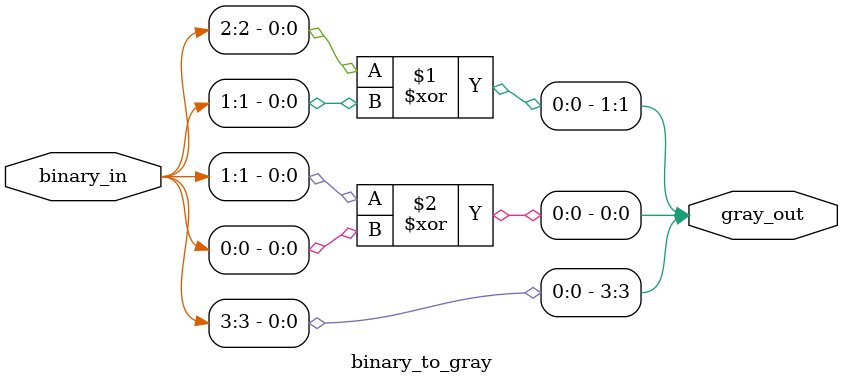
<source format=v>
module binary_to_gray (
    input  [3:0] binary_in,
    output [3:0] gray_out
);
    
  assign gray_out[3] = binary_in[3];                      
    assign gray_out[1] = binary_in[2] ^ binary_in[1];
    assign gray_out[0] = binary_in[1] ^ binary_in[0];
endmodule

</source>
